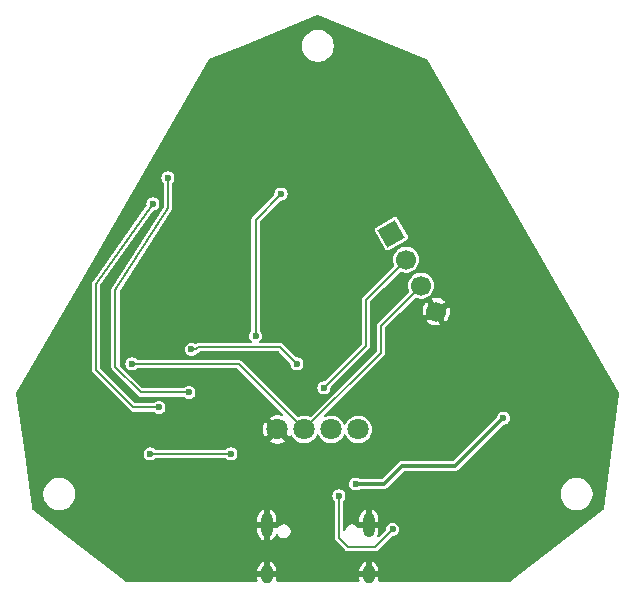
<source format=gbr>
%TF.GenerationSoftware,KiCad,Pcbnew,8.0.2*%
%TF.CreationDate,2024-05-19T19:48:28-04:00*%
%TF.ProjectId,BaseStation,42617365-5374-4617-9469-6f6e2e6b6963,rev?*%
%TF.SameCoordinates,Original*%
%TF.FileFunction,Copper,L2,Bot*%
%TF.FilePolarity,Positive*%
%FSLAX46Y46*%
G04 Gerber Fmt 4.6, Leading zero omitted, Abs format (unit mm)*
G04 Created by KiCad (PCBNEW 8.0.2) date 2024-05-19 19:48:28*
%MOMM*%
%LPD*%
G01*
G04 APERTURE LIST*
G04 Aperture macros list*
%AMHorizOval*
0 Thick line with rounded ends*
0 $1 width*
0 $2 $3 position (X,Y) of the first rounded end (center of the circle)*
0 $4 $5 position (X,Y) of the second rounded end (center of the circle)*
0 Add line between two ends*
20,1,$1,$2,$3,$4,$5,0*
0 Add two circle primitives to create the rounded ends*
1,1,$1,$2,$3*
1,1,$1,$4,$5*%
%AMRotRect*
0 Rectangle, with rotation*
0 The origin of the aperture is its center*
0 $1 length*
0 $2 width*
0 $3 Rotation angle, in degrees counterclockwise*
0 Add horizontal line*
21,1,$1,$2,0,0,$3*%
G04 Aperture macros list end*
%TA.AperFunction,ComponentPad*%
%ADD10C,1.800000*%
%TD*%
%TA.AperFunction,ComponentPad*%
%ADD11O,1.000000X2.100000*%
%TD*%
%TA.AperFunction,ComponentPad*%
%ADD12O,1.000000X1.600000*%
%TD*%
%TA.AperFunction,ComponentPad*%
%ADD13RotRect,1.700000X1.700000X30.000000*%
%TD*%
%TA.AperFunction,ComponentPad*%
%ADD14HorizOval,1.700000X0.000000X0.000000X0.000000X0.000000X0*%
%TD*%
%TA.AperFunction,ViaPad*%
%ADD15C,0.600000*%
%TD*%
%TA.AperFunction,Conductor*%
%ADD16C,0.200000*%
%TD*%
%TA.AperFunction,Conductor*%
%ADD17C,0.300000*%
%TD*%
G04 APERTURE END LIST*
D10*
%TO.P,J2,1,Pin_1*%
%TO.N,VCHRG*%
X79629000Y-87337219D03*
%TD*%
%TO.P,J5,1,Pin_1*%
%TO.N,GND*%
X72771000Y-87337219D03*
%TD*%
%TO.P,J4,1,Pin_1*%
%TO.N,SWSCK*%
X75057000Y-87337219D03*
%TD*%
D11*
%TO.P,J1,S1,SHIELD*%
%TO.N,GND*%
X71880000Y-95422000D03*
D12*
X71880000Y-99602000D03*
D11*
X80520000Y-95422000D03*
D12*
X80520000Y-99602000D03*
%TD*%
D10*
%TO.P,J3,1,Pin_1*%
%TO.N,SWDIO*%
X77343000Y-87337219D03*
%TD*%
D13*
%TO.P,J10,1,Pin_1*%
%TO.N,VBUS*%
X82406861Y-70756397D03*
D14*
%TO.P,J10,2,Pin_2*%
%TO.N,SWDIO*%
X83676861Y-72956102D03*
%TO.P,J10,3,Pin_3*%
%TO.N,SWSCK*%
X84946861Y-75155806D03*
%TO.P,J10,4,Pin_4*%
%TO.N,GND*%
X86216861Y-77355511D03*
%TD*%
D15*
%TO.N,BOOT0*%
X73075800Y-67411600D03*
X70916800Y-79425800D03*
%TO.N,GND*%
X58064400Y-75285600D03*
X67564000Y-74701400D03*
X59740800Y-79044800D03*
X60223400Y-75311000D03*
X71628000Y-82042000D03*
X57581800Y-85496400D03*
X80010000Y-66040000D03*
X70205600Y-81483200D03*
X86893400Y-81559400D03*
X84836000Y-91694000D03*
X62509400Y-71653400D03*
X61671200Y-82956400D03*
X60452000Y-84378800D03*
X76200000Y-62738000D03*
X73634600Y-92227400D03*
X69545200Y-89992200D03*
X75742800Y-84531200D03*
X61849000Y-86207600D03*
X69951600Y-84328000D03*
X67868800Y-88696800D03*
X81026000Y-77978000D03*
X67360800Y-87045800D03*
X63093600Y-90195400D03*
X69646800Y-79705200D03*
X72593200Y-79451200D03*
X67513200Y-78994000D03*
X63754000Y-76276200D03*
X81280000Y-60198000D03*
X64719200Y-82880200D03*
X82042000Y-63754000D03*
X75793600Y-91617800D03*
X77724000Y-70612000D03*
X83108800Y-81000600D03*
X58267600Y-79781400D03*
X61036200Y-80822800D03*
X63042800Y-80721200D03*
%TO.N,Net-(J1-CC2)*%
X82524600Y-95808800D03*
X77978000Y-92964000D03*
%TO.N,VBUS*%
X91894020Y-86370858D03*
X79407436Y-91948000D03*
%TO.N,SWSCK_DBG*%
X65278000Y-84201000D03*
X63500000Y-66040000D03*
%TO.N,SWDIO_DBG*%
X62738000Y-85471000D03*
X62230000Y-68239705D03*
%TO.N,SWSCK*%
X60452000Y-81788000D03*
%TO.N,SWDIO*%
X76708000Y-83820000D03*
X68834000Y-89408000D03*
X61996000Y-89408000D03*
%TO.N,Net-(U1-PC13)*%
X74422000Y-81788000D03*
X65496000Y-80568800D03*
%TD*%
D16*
%TO.N,BOOT0*%
X70916800Y-69570600D02*
X73075800Y-67411600D01*
X70916800Y-79425800D02*
X70916800Y-69570600D01*
%TO.N,Net-(J1-CC2)*%
X81051400Y-97282000D02*
X78740000Y-97282000D01*
X82524600Y-95808800D02*
X81051400Y-97282000D01*
X78740000Y-97282000D02*
X77978000Y-96520000D01*
X77978000Y-96520000D02*
X77978000Y-92964000D01*
D17*
%TO.N,VBUS*%
X81788000Y-91948000D02*
X83312000Y-90424000D01*
X83312000Y-90424000D02*
X87840878Y-90424000D01*
X79407436Y-91948000D02*
X81788000Y-91948000D01*
X87840878Y-90424000D02*
X91894020Y-86370858D01*
D16*
%TO.N,SWSCK_DBG*%
X65278000Y-84201000D02*
X61214000Y-84201000D01*
X59055000Y-75565000D02*
X63500000Y-68580000D01*
X59055000Y-82042000D02*
X59055000Y-75565000D01*
X61214000Y-84201000D02*
X59055000Y-82042000D01*
X63500000Y-68580000D02*
X63500000Y-66040000D01*
%TO.N,SWDIO_DBG*%
X62738000Y-85471000D02*
X60579000Y-85471000D01*
X57404000Y-75057000D02*
X62230000Y-68239705D01*
X57404000Y-82296000D02*
X57404000Y-75057000D01*
X60579000Y-85471000D02*
X57404000Y-82296000D01*
%TO.N,SWSCK*%
X60452000Y-81788000D02*
X69507781Y-81788000D01*
X81534000Y-78568667D02*
X84946861Y-75155806D01*
X81534000Y-80860219D02*
X81534000Y-78568667D01*
X75057000Y-87337219D02*
X81534000Y-80860219D01*
X69507781Y-81788000D02*
X75057000Y-87337219D01*
%TO.N,SWDIO*%
X80264000Y-80264000D02*
X80264000Y-76368963D01*
X76708000Y-83820000D02*
X80264000Y-80264000D01*
X61996000Y-89408000D02*
X68834000Y-89408000D01*
X80264000Y-76368963D02*
X83676861Y-72956102D01*
%TO.N,Net-(U1-PC13)*%
X65862200Y-80568800D02*
X66065400Y-80365600D01*
X66065400Y-80365600D02*
X72999600Y-80365600D01*
X65496000Y-80568800D02*
X65862200Y-80568800D01*
X72999600Y-80365600D02*
X74422000Y-81788000D01*
%TD*%
%TA.AperFunction,Conductor*%
%TO.N,GND*%
G36*
X76237460Y-52235233D02*
G01*
X85380535Y-55973670D01*
X85427242Y-56013194D01*
X85428804Y-56015806D01*
X101721477Y-84235545D01*
X101734198Y-84295393D01*
X101733833Y-84298414D01*
X100399877Y-94085760D01*
X100373285Y-94140865D01*
X100362409Y-94150657D01*
X92553297Y-100199571D01*
X92495715Y-100220258D01*
X92492672Y-100220305D01*
X81392991Y-100220305D01*
X81334800Y-100201398D01*
X81298836Y-100151898D01*
X81295893Y-100101991D01*
X81319999Y-99980795D01*
X81320000Y-99980792D01*
X81320000Y-99852001D01*
X81319999Y-99852000D01*
X80820000Y-99852000D01*
X80820000Y-99352000D01*
X81319999Y-99352000D01*
X81320000Y-99351999D01*
X81320000Y-99223207D01*
X81319999Y-99223204D01*
X81289257Y-99068650D01*
X81228951Y-98923059D01*
X81228947Y-98923050D01*
X81141400Y-98792030D01*
X81141397Y-98792026D01*
X81029973Y-98680602D01*
X81029969Y-98680599D01*
X80898949Y-98593052D01*
X80898940Y-98593048D01*
X80770000Y-98539639D01*
X80770000Y-99135011D01*
X80760060Y-99117795D01*
X80704205Y-99061940D01*
X80635796Y-99022444D01*
X80559496Y-99002000D01*
X80480504Y-99002000D01*
X80404204Y-99022444D01*
X80335795Y-99061940D01*
X80279940Y-99117795D01*
X80270000Y-99135011D01*
X80270000Y-98539639D01*
X80141059Y-98593048D01*
X80141050Y-98593052D01*
X80010030Y-98680599D01*
X80010026Y-98680602D01*
X79898602Y-98792026D01*
X79898599Y-98792030D01*
X79811052Y-98923050D01*
X79811048Y-98923059D01*
X79750742Y-99068650D01*
X79720000Y-99223204D01*
X79720000Y-99351999D01*
X79720001Y-99352000D01*
X80220000Y-99352000D01*
X80220000Y-99852000D01*
X79720001Y-99852000D01*
X79720000Y-99852001D01*
X79720000Y-99980795D01*
X79744107Y-100101991D01*
X79736915Y-100162753D01*
X79695382Y-100207682D01*
X79647009Y-100220305D01*
X72752991Y-100220305D01*
X72694800Y-100201398D01*
X72658836Y-100151898D01*
X72655893Y-100101991D01*
X72679999Y-99980795D01*
X72680000Y-99980792D01*
X72680000Y-99852001D01*
X72679999Y-99852000D01*
X72180000Y-99852000D01*
X72180000Y-99352000D01*
X72679999Y-99352000D01*
X72680000Y-99351999D01*
X72680000Y-99223207D01*
X72679999Y-99223204D01*
X72649257Y-99068650D01*
X72588951Y-98923059D01*
X72588947Y-98923050D01*
X72501400Y-98792030D01*
X72501397Y-98792026D01*
X72389973Y-98680602D01*
X72389969Y-98680599D01*
X72258949Y-98593052D01*
X72258940Y-98593048D01*
X72130000Y-98539639D01*
X72130000Y-99135011D01*
X72120060Y-99117795D01*
X72064205Y-99061940D01*
X71995796Y-99022444D01*
X71919496Y-99002000D01*
X71840504Y-99002000D01*
X71764204Y-99022444D01*
X71695795Y-99061940D01*
X71639940Y-99117795D01*
X71630000Y-99135011D01*
X71630000Y-98539639D01*
X71501059Y-98593048D01*
X71501050Y-98593052D01*
X71370030Y-98680599D01*
X71370026Y-98680602D01*
X71258602Y-98792026D01*
X71258599Y-98792030D01*
X71171052Y-98923050D01*
X71171048Y-98923059D01*
X71110742Y-99068650D01*
X71080000Y-99223204D01*
X71080000Y-99351999D01*
X71080001Y-99352000D01*
X71580000Y-99352000D01*
X71580000Y-99852000D01*
X71080001Y-99852000D01*
X71080000Y-99852001D01*
X71080000Y-99980795D01*
X71104107Y-100101991D01*
X71096915Y-100162753D01*
X71055382Y-100207682D01*
X71007009Y-100220305D01*
X59907327Y-100220305D01*
X59849136Y-100201398D01*
X59846702Y-100199571D01*
X53992714Y-95665091D01*
X52867113Y-94793204D01*
X71080000Y-94793204D01*
X71080000Y-95171999D01*
X71080001Y-95172000D01*
X71580000Y-95172000D01*
X71580000Y-95672000D01*
X71080001Y-95672000D01*
X71080000Y-95672001D01*
X71080000Y-96050795D01*
X71110742Y-96205349D01*
X71171048Y-96350940D01*
X71171052Y-96350949D01*
X71258599Y-96481969D01*
X71258602Y-96481973D01*
X71370026Y-96593397D01*
X71370030Y-96593400D01*
X71501058Y-96680951D01*
X71629999Y-96734360D01*
X71630000Y-96734359D01*
X71630000Y-96138988D01*
X71639940Y-96156205D01*
X71695795Y-96212060D01*
X71764204Y-96251556D01*
X71840504Y-96272000D01*
X71919496Y-96272000D01*
X71995796Y-96251556D01*
X72064205Y-96212060D01*
X72120060Y-96156205D01*
X72130000Y-96138988D01*
X72130000Y-96734360D01*
X72258941Y-96680951D01*
X72389969Y-96593400D01*
X72389973Y-96593397D01*
X72501397Y-96481973D01*
X72501400Y-96481969D01*
X72588947Y-96350949D01*
X72588953Y-96350937D01*
X72631953Y-96247125D01*
X72671689Y-96200599D01*
X72731184Y-96186315D01*
X72787712Y-96209729D01*
X72809153Y-96235510D01*
X72849481Y-96305360D01*
X72849483Y-96305362D01*
X72849485Y-96305365D01*
X72956635Y-96412515D01*
X72956637Y-96412516D01*
X72956639Y-96412518D01*
X73087861Y-96488279D01*
X73087859Y-96488279D01*
X73087863Y-96488280D01*
X73087865Y-96488281D01*
X73234234Y-96527500D01*
X73234236Y-96527500D01*
X73385764Y-96527500D01*
X73385766Y-96527500D01*
X73532135Y-96488281D01*
X73532137Y-96488279D01*
X73532139Y-96488279D01*
X73663360Y-96412518D01*
X73663360Y-96412517D01*
X73663365Y-96412515D01*
X73770515Y-96305365D01*
X73779582Y-96289660D01*
X73846279Y-96174139D01*
X73846279Y-96174137D01*
X73846281Y-96174135D01*
X73885500Y-96027766D01*
X73885500Y-95876234D01*
X73846281Y-95729865D01*
X73846279Y-95729862D01*
X73846279Y-95729860D01*
X73770518Y-95598639D01*
X73770516Y-95598637D01*
X73770515Y-95598635D01*
X73663365Y-95491485D01*
X73663362Y-95491483D01*
X73663360Y-95491481D01*
X73532138Y-95415720D01*
X73532140Y-95415720D01*
X73475347Y-95400503D01*
X73385766Y-95376500D01*
X73234234Y-95376500D01*
X73144652Y-95400503D01*
X73087860Y-95415720D01*
X72956639Y-95491481D01*
X72849483Y-95598637D01*
X72825104Y-95640862D01*
X72779633Y-95681803D01*
X72718783Y-95688197D01*
X72688951Y-95672000D01*
X72180000Y-95672000D01*
X72180000Y-95172000D01*
X72679999Y-95172000D01*
X72680000Y-95171999D01*
X72680000Y-94793207D01*
X72679999Y-94793204D01*
X72649257Y-94638650D01*
X72588951Y-94493059D01*
X72588947Y-94493050D01*
X72501400Y-94362030D01*
X72501397Y-94362026D01*
X72389973Y-94250602D01*
X72389969Y-94250599D01*
X72258949Y-94163052D01*
X72258940Y-94163048D01*
X72130000Y-94109639D01*
X72130000Y-94705011D01*
X72120060Y-94687795D01*
X72064205Y-94631940D01*
X71995796Y-94592444D01*
X71919496Y-94572000D01*
X71840504Y-94572000D01*
X71764204Y-94592444D01*
X71695795Y-94631940D01*
X71639940Y-94687795D01*
X71630000Y-94705011D01*
X71630000Y-94109639D01*
X71501059Y-94163048D01*
X71501050Y-94163052D01*
X71370030Y-94250599D01*
X71370026Y-94250602D01*
X71258602Y-94362026D01*
X71258599Y-94362030D01*
X71171052Y-94493050D01*
X71171048Y-94493059D01*
X71110742Y-94638650D01*
X71080000Y-94793204D01*
X52867113Y-94793204D01*
X52037587Y-94150656D01*
X52003163Y-94100075D01*
X52000120Y-94085760D01*
X51965797Y-93833932D01*
X51810913Y-92697537D01*
X52944930Y-92697537D01*
X52944930Y-92910118D01*
X52978182Y-93120066D01*
X53043873Y-93322240D01*
X53140378Y-93511643D01*
X53140380Y-93511647D01*
X53265321Y-93683614D01*
X53265323Y-93683616D01*
X53265326Y-93683620D01*
X53415638Y-93833932D01*
X53415641Y-93833934D01*
X53415643Y-93833936D01*
X53587610Y-93958877D01*
X53587614Y-93958879D01*
X53777018Y-94055385D01*
X53979187Y-94121074D01*
X53979188Y-94121074D01*
X53979191Y-94121075D01*
X54189140Y-94154328D01*
X54189143Y-94154328D01*
X54401720Y-94154328D01*
X54611668Y-94121075D01*
X54611669Y-94121074D01*
X54611673Y-94121074D01*
X54813842Y-94055385D01*
X55003246Y-93958879D01*
X55175222Y-93833932D01*
X55325534Y-93683620D01*
X55450481Y-93511644D01*
X55546987Y-93322240D01*
X55612676Y-93120071D01*
X55614634Y-93107708D01*
X55637396Y-92963999D01*
X77422750Y-92963999D01*
X77422750Y-92964000D01*
X77441669Y-93107708D01*
X77441670Y-93107709D01*
X77497139Y-93241625D01*
X77497141Y-93241628D01*
X77497142Y-93241629D01*
X77585375Y-93356617D01*
X77585377Y-93356618D01*
X77585379Y-93356621D01*
X77588763Y-93359217D01*
X77623421Y-93409638D01*
X77627500Y-93437762D01*
X77627500Y-96566144D01*
X77651386Y-96655288D01*
X77697530Y-96735212D01*
X78524788Y-97562470D01*
X78604712Y-97608614D01*
X78693856Y-97632500D01*
X78693857Y-97632500D01*
X78693858Y-97632500D01*
X81097542Y-97632500D01*
X81097544Y-97632500D01*
X81186688Y-97608614D01*
X81266612Y-97562470D01*
X82437440Y-96391639D01*
X82491955Y-96363864D01*
X82520369Y-96363493D01*
X82524598Y-96364050D01*
X82524600Y-96364050D01*
X82668309Y-96345130D01*
X82802225Y-96289661D01*
X82917221Y-96201421D01*
X83005461Y-96086425D01*
X83060930Y-95952509D01*
X83079850Y-95808800D01*
X83060930Y-95665091D01*
X83005461Y-95531175D01*
X82917221Y-95416179D01*
X82802225Y-95327939D01*
X82802221Y-95327937D01*
X82668309Y-95272470D01*
X82668308Y-95272469D01*
X82524600Y-95253550D01*
X82380891Y-95272469D01*
X82380890Y-95272470D01*
X82246978Y-95327937D01*
X82246974Y-95327939D01*
X82131981Y-95416177D01*
X82131977Y-95416181D01*
X82043739Y-95531174D01*
X82043737Y-95531178D01*
X81988270Y-95665090D01*
X81988269Y-95665091D01*
X81969350Y-95808799D01*
X81969350Y-95808803D01*
X81969907Y-95813035D01*
X81958756Y-95873195D01*
X81941758Y-95895959D01*
X81398574Y-96439143D01*
X81344057Y-96466920D01*
X81283625Y-96457349D01*
X81240360Y-96414084D01*
X81230789Y-96353652D01*
X81237106Y-96331253D01*
X81289257Y-96205349D01*
X81319999Y-96050795D01*
X81320000Y-96050792D01*
X81320000Y-95672001D01*
X81319999Y-95672000D01*
X80820000Y-95672000D01*
X80820000Y-95172000D01*
X81319999Y-95172000D01*
X81320000Y-95171999D01*
X81320000Y-94793207D01*
X81319999Y-94793204D01*
X81289257Y-94638650D01*
X81228951Y-94493059D01*
X81228947Y-94493050D01*
X81141400Y-94362030D01*
X81141397Y-94362026D01*
X81029973Y-94250602D01*
X81029969Y-94250599D01*
X80898949Y-94163052D01*
X80898940Y-94163048D01*
X80770000Y-94109639D01*
X80770000Y-94705011D01*
X80760060Y-94687795D01*
X80704205Y-94631940D01*
X80635796Y-94592444D01*
X80559496Y-94572000D01*
X80480504Y-94572000D01*
X80404204Y-94592444D01*
X80335795Y-94631940D01*
X80279940Y-94687795D01*
X80270000Y-94705011D01*
X80270000Y-94109639D01*
X80141059Y-94163048D01*
X80141050Y-94163052D01*
X80010030Y-94250599D01*
X80010026Y-94250602D01*
X79898602Y-94362026D01*
X79898599Y-94362030D01*
X79811052Y-94493050D01*
X79811048Y-94493059D01*
X79750742Y-94638650D01*
X79720000Y-94793204D01*
X79720000Y-95171999D01*
X79720001Y-95172000D01*
X80220000Y-95172000D01*
X80220000Y-95672000D01*
X79709762Y-95672000D01*
X79676115Y-95689143D01*
X79615684Y-95679569D01*
X79574895Y-95640861D01*
X79550518Y-95598639D01*
X79550516Y-95598637D01*
X79550515Y-95598635D01*
X79443365Y-95491485D01*
X79443362Y-95491483D01*
X79443360Y-95491481D01*
X79312138Y-95415720D01*
X79312140Y-95415720D01*
X79255347Y-95400503D01*
X79165766Y-95376500D01*
X79014234Y-95376500D01*
X78924652Y-95400503D01*
X78867860Y-95415720D01*
X78736639Y-95491481D01*
X78629481Y-95598639D01*
X78553720Y-95729860D01*
X78523127Y-95844039D01*
X78489803Y-95895353D01*
X78432682Y-95917280D01*
X78373581Y-95901445D01*
X78335076Y-95853895D01*
X78328500Y-95818416D01*
X78328500Y-93437762D01*
X78347407Y-93379571D01*
X78367234Y-93359219D01*
X78370621Y-93356621D01*
X78458861Y-93241625D01*
X78514330Y-93107709D01*
X78533250Y-92964000D01*
X78514330Y-92820291D01*
X78463484Y-92697537D01*
X96754070Y-92697537D01*
X96754070Y-92910118D01*
X96787322Y-93120066D01*
X96853013Y-93322240D01*
X96949518Y-93511643D01*
X96949520Y-93511647D01*
X97074461Y-93683614D01*
X97074463Y-93683616D01*
X97074466Y-93683620D01*
X97224778Y-93833932D01*
X97224781Y-93833934D01*
X97224783Y-93833936D01*
X97396750Y-93958877D01*
X97396754Y-93958879D01*
X97586158Y-94055385D01*
X97788327Y-94121074D01*
X97788328Y-94121074D01*
X97788331Y-94121075D01*
X97998280Y-94154328D01*
X97998283Y-94154328D01*
X98210860Y-94154328D01*
X98420808Y-94121075D01*
X98420809Y-94121074D01*
X98420813Y-94121074D01*
X98622982Y-94055385D01*
X98812386Y-93958879D01*
X98984362Y-93833932D01*
X99134674Y-93683620D01*
X99259621Y-93511644D01*
X99356127Y-93322240D01*
X99421816Y-93120071D01*
X99423774Y-93107708D01*
X99455070Y-92910118D01*
X99455070Y-92697537D01*
X99421817Y-92487589D01*
X99420371Y-92483139D01*
X99356127Y-92285416D01*
X99259621Y-92096012D01*
X99259619Y-92096008D01*
X99134678Y-91924041D01*
X99134676Y-91924039D01*
X99134674Y-91924036D01*
X98984362Y-91773724D01*
X98984358Y-91773721D01*
X98984356Y-91773719D01*
X98812389Y-91648778D01*
X98812385Y-91648776D01*
X98622982Y-91552271D01*
X98420808Y-91486580D01*
X98210860Y-91453328D01*
X98210857Y-91453328D01*
X97998283Y-91453328D01*
X97998280Y-91453328D01*
X97788331Y-91486580D01*
X97586157Y-91552271D01*
X97396754Y-91648776D01*
X97396750Y-91648778D01*
X97224783Y-91773719D01*
X97074461Y-91924041D01*
X96949520Y-92096008D01*
X96949518Y-92096012D01*
X96853013Y-92285415D01*
X96787322Y-92487589D01*
X96754070Y-92697537D01*
X78463484Y-92697537D01*
X78458861Y-92686375D01*
X78370621Y-92571379D01*
X78255625Y-92483139D01*
X78255621Y-92483137D01*
X78121709Y-92427670D01*
X78121708Y-92427669D01*
X77978000Y-92408750D01*
X77834291Y-92427669D01*
X77834290Y-92427670D01*
X77700378Y-92483137D01*
X77700374Y-92483139D01*
X77585381Y-92571377D01*
X77585377Y-92571381D01*
X77497139Y-92686374D01*
X77497137Y-92686378D01*
X77441670Y-92820290D01*
X77441669Y-92820291D01*
X77422750Y-92963999D01*
X55637396Y-92963999D01*
X55645930Y-92910118D01*
X55645930Y-92697537D01*
X55612677Y-92487589D01*
X55611231Y-92483139D01*
X55546987Y-92285416D01*
X55450481Y-92096012D01*
X55450479Y-92096008D01*
X55342944Y-91947999D01*
X78852186Y-91947999D01*
X78852186Y-91948000D01*
X78871105Y-92091708D01*
X78871106Y-92091709D01*
X78926575Y-92225625D01*
X79014815Y-92340621D01*
X79129811Y-92428861D01*
X79263727Y-92484330D01*
X79407436Y-92503250D01*
X79551145Y-92484330D01*
X79685061Y-92428861D01*
X79723370Y-92399464D01*
X79763129Y-92368958D01*
X79820805Y-92348534D01*
X79823396Y-92348500D01*
X81840725Y-92348500D01*
X81840727Y-92348500D01*
X81942588Y-92321207D01*
X81942590Y-92321205D01*
X81942592Y-92321205D01*
X82033908Y-92268483D01*
X82033908Y-92268482D01*
X82033913Y-92268480D01*
X83448897Y-90853496D01*
X83503414Y-90825719D01*
X83518901Y-90824500D01*
X87893603Y-90824500D01*
X87893605Y-90824500D01*
X87995466Y-90797207D01*
X87995468Y-90797205D01*
X87995470Y-90797205D01*
X88086786Y-90744483D01*
X88086786Y-90744482D01*
X88086791Y-90744480D01*
X91883091Y-86948178D01*
X91937606Y-86920403D01*
X91940141Y-86920035D01*
X92037729Y-86907188D01*
X92171645Y-86851719D01*
X92286641Y-86763479D01*
X92374881Y-86648483D01*
X92430350Y-86514567D01*
X92449270Y-86370858D01*
X92447580Y-86358025D01*
X92430350Y-86227149D01*
X92374881Y-86093233D01*
X92286641Y-85978237D01*
X92171645Y-85889997D01*
X92171641Y-85889995D01*
X92037729Y-85834528D01*
X92037728Y-85834527D01*
X91894020Y-85815608D01*
X91750311Y-85834527D01*
X91750310Y-85834528D01*
X91616398Y-85889995D01*
X91616394Y-85889997D01*
X91501401Y-85978235D01*
X91501397Y-85978239D01*
X91413159Y-86093232D01*
X91413157Y-86093236D01*
X91357690Y-86227148D01*
X91344845Y-86324706D01*
X91318503Y-86379931D01*
X91316696Y-86381787D01*
X87703981Y-89994504D01*
X87649464Y-90022281D01*
X87633977Y-90023500D01*
X83259273Y-90023500D01*
X83157413Y-90050793D01*
X83157412Y-90050793D01*
X83157410Y-90050794D01*
X83157409Y-90050794D01*
X83066089Y-90103518D01*
X81651103Y-91518504D01*
X81596586Y-91546281D01*
X81581099Y-91547500D01*
X79823396Y-91547500D01*
X79765205Y-91528593D01*
X79763129Y-91527042D01*
X79685065Y-91467142D01*
X79685064Y-91467141D01*
X79685061Y-91467139D01*
X79685058Y-91467138D01*
X79685057Y-91467137D01*
X79551145Y-91411670D01*
X79551144Y-91411669D01*
X79407436Y-91392750D01*
X79263727Y-91411669D01*
X79263726Y-91411670D01*
X79129814Y-91467137D01*
X79129810Y-91467139D01*
X79014817Y-91555377D01*
X79014813Y-91555381D01*
X78926575Y-91670374D01*
X78926573Y-91670378D01*
X78871106Y-91804290D01*
X78871105Y-91804291D01*
X78852186Y-91947999D01*
X55342944Y-91947999D01*
X55325538Y-91924041D01*
X55325536Y-91924039D01*
X55325534Y-91924036D01*
X55175222Y-91773724D01*
X55175218Y-91773721D01*
X55175216Y-91773719D01*
X55003249Y-91648778D01*
X55003245Y-91648776D01*
X54813842Y-91552271D01*
X54611668Y-91486580D01*
X54401720Y-91453328D01*
X54401717Y-91453328D01*
X54189143Y-91453328D01*
X54189140Y-91453328D01*
X53979191Y-91486580D01*
X53777017Y-91552271D01*
X53587614Y-91648776D01*
X53587610Y-91648778D01*
X53415643Y-91773719D01*
X53265321Y-91924041D01*
X53140380Y-92096008D01*
X53140378Y-92096012D01*
X53043873Y-92285415D01*
X52978182Y-92487589D01*
X52944930Y-92697537D01*
X51810913Y-92697537D01*
X51362570Y-89407999D01*
X61440750Y-89407999D01*
X61440750Y-89408000D01*
X61459669Y-89551708D01*
X61459670Y-89551709D01*
X61515139Y-89685625D01*
X61603379Y-89800621D01*
X61718375Y-89888861D01*
X61852291Y-89944330D01*
X61996000Y-89963250D01*
X62139709Y-89944330D01*
X62273625Y-89888861D01*
X62388621Y-89800621D01*
X62389385Y-89799624D01*
X62391223Y-89797231D01*
X62441649Y-89762576D01*
X62469764Y-89758500D01*
X68360236Y-89758500D01*
X68418427Y-89777407D01*
X68438777Y-89797231D01*
X68441376Y-89800618D01*
X68441377Y-89800619D01*
X68441379Y-89800621D01*
X68556375Y-89888861D01*
X68690291Y-89944330D01*
X68834000Y-89963250D01*
X68977709Y-89944330D01*
X69111625Y-89888861D01*
X69226621Y-89800621D01*
X69314861Y-89685625D01*
X69370330Y-89551709D01*
X69389250Y-89408000D01*
X69370330Y-89264291D01*
X69314861Y-89130375D01*
X69226621Y-89015379D01*
X69111625Y-88927139D01*
X69111621Y-88927137D01*
X68977709Y-88871670D01*
X68977708Y-88871669D01*
X68834000Y-88852750D01*
X68690291Y-88871669D01*
X68690290Y-88871670D01*
X68556378Y-88927137D01*
X68556374Y-88927139D01*
X68441376Y-89015381D01*
X68438777Y-89018769D01*
X68388351Y-89053424D01*
X68360236Y-89057500D01*
X62469764Y-89057500D01*
X62411573Y-89038593D01*
X62391223Y-89018769D01*
X62388623Y-89015381D01*
X62388621Y-89015380D01*
X62388621Y-89015379D01*
X62273625Y-88927139D01*
X62273621Y-88927137D01*
X62139709Y-88871670D01*
X62139708Y-88871669D01*
X61996000Y-88852750D01*
X61852291Y-88871669D01*
X61852290Y-88871670D01*
X61718378Y-88927137D01*
X61718374Y-88927139D01*
X61603381Y-89015377D01*
X61603377Y-89015381D01*
X61515139Y-89130374D01*
X61515137Y-89130378D01*
X61459670Y-89264290D01*
X61459669Y-89264291D01*
X61440750Y-89407999D01*
X51362570Y-89407999D01*
X50666165Y-84298411D01*
X50677041Y-84238202D01*
X50678507Y-84235567D01*
X55969902Y-75070603D01*
X57050738Y-75070603D01*
X57050738Y-75070606D01*
X57052083Y-75078467D01*
X57053500Y-75095157D01*
X57053500Y-82342144D01*
X57053499Y-82342144D01*
X57060592Y-82368610D01*
X57060592Y-82368613D01*
X57060593Y-82368613D01*
X57060593Y-82368614D01*
X57077386Y-82431288D01*
X57123530Y-82511212D01*
X60363788Y-85751470D01*
X60443712Y-85797614D01*
X60532856Y-85821500D01*
X62264236Y-85821500D01*
X62322427Y-85840407D01*
X62342777Y-85860231D01*
X62345376Y-85863618D01*
X62345377Y-85863619D01*
X62345379Y-85863621D01*
X62460375Y-85951861D01*
X62594291Y-86007330D01*
X62738000Y-86026250D01*
X62881709Y-86007330D01*
X63015625Y-85951861D01*
X63130621Y-85863621D01*
X63218861Y-85748625D01*
X63274330Y-85614709D01*
X63293250Y-85471000D01*
X63274330Y-85327291D01*
X63218861Y-85193375D01*
X63130621Y-85078379D01*
X63015625Y-84990139D01*
X63015621Y-84990137D01*
X62881709Y-84934670D01*
X62881708Y-84934669D01*
X62738000Y-84915750D01*
X62594291Y-84934669D01*
X62594290Y-84934670D01*
X62460378Y-84990137D01*
X62460374Y-84990139D01*
X62345376Y-85078381D01*
X62342777Y-85081769D01*
X62292351Y-85116424D01*
X62264236Y-85120500D01*
X60765190Y-85120500D01*
X60706999Y-85101593D01*
X60695186Y-85091504D01*
X57783496Y-82179814D01*
X57755719Y-82125297D01*
X57754500Y-82109810D01*
X57754500Y-75595986D01*
X58702836Y-75595986D01*
X58703406Y-75602451D01*
X58703196Y-75602469D01*
X58704500Y-75614339D01*
X58704500Y-82088144D01*
X58723059Y-82157407D01*
X58727409Y-82173642D01*
X58728385Y-82177286D01*
X58728389Y-82177295D01*
X58774528Y-82257209D01*
X58774530Y-82257212D01*
X60998788Y-84481470D01*
X61078712Y-84527614D01*
X61167856Y-84551500D01*
X64804236Y-84551500D01*
X64862427Y-84570407D01*
X64882777Y-84590231D01*
X64885376Y-84593618D01*
X64885377Y-84593619D01*
X64885379Y-84593621D01*
X65000375Y-84681861D01*
X65134291Y-84737330D01*
X65278000Y-84756250D01*
X65421709Y-84737330D01*
X65555625Y-84681861D01*
X65670621Y-84593621D01*
X65758861Y-84478625D01*
X65814330Y-84344709D01*
X65833250Y-84201000D01*
X65814330Y-84057291D01*
X65758861Y-83923375D01*
X65670621Y-83808379D01*
X65555625Y-83720139D01*
X65555621Y-83720137D01*
X65421709Y-83664670D01*
X65421708Y-83664669D01*
X65278000Y-83645750D01*
X65134291Y-83664669D01*
X65134290Y-83664670D01*
X65000378Y-83720137D01*
X65000374Y-83720139D01*
X64885376Y-83808381D01*
X64882777Y-83811769D01*
X64832351Y-83846424D01*
X64804236Y-83850500D01*
X61400190Y-83850500D01*
X61341999Y-83831593D01*
X61330186Y-83821504D01*
X59434496Y-81925814D01*
X59406719Y-81871297D01*
X59405500Y-81855810D01*
X59405500Y-81787999D01*
X59896750Y-81787999D01*
X59896750Y-81788000D01*
X59915669Y-81931708D01*
X59915670Y-81931709D01*
X59971139Y-82065625D01*
X60059379Y-82180621D01*
X60174375Y-82268861D01*
X60308291Y-82324330D01*
X60452000Y-82343250D01*
X60595709Y-82324330D01*
X60729625Y-82268861D01*
X60844621Y-82180621D01*
X60845385Y-82179624D01*
X60847223Y-82177231D01*
X60897649Y-82142576D01*
X60925764Y-82138500D01*
X69321591Y-82138500D01*
X69379782Y-82157407D01*
X69391595Y-82167496D01*
X73260918Y-86036819D01*
X73288695Y-86091336D01*
X73279124Y-86151768D01*
X73235859Y-86195033D01*
X73175427Y-86204604D01*
X73155152Y-86199138D01*
X73100801Y-86178082D01*
X72882196Y-86137219D01*
X72659804Y-86137219D01*
X72441200Y-86178082D01*
X72233821Y-86258421D01*
X72233816Y-86258424D01*
X72117672Y-86330337D01*
X72682415Y-86895080D01*
X72597306Y-86917886D01*
X72494694Y-86977129D01*
X72410910Y-87060913D01*
X72351667Y-87163525D01*
X72328861Y-87248634D01*
X71762137Y-86681910D01*
X71746368Y-86702793D01*
X71647239Y-86901871D01*
X71586379Y-87115773D01*
X71565859Y-87337219D01*
X71586379Y-87558664D01*
X71647239Y-87772566D01*
X71746364Y-87971636D01*
X71746369Y-87971645D01*
X71762138Y-87992525D01*
X72328861Y-87425801D01*
X72351667Y-87510913D01*
X72410910Y-87613525D01*
X72494694Y-87697309D01*
X72597306Y-87756552D01*
X72682414Y-87779356D01*
X72117672Y-88344099D01*
X72233813Y-88416012D01*
X72233819Y-88416015D01*
X72441200Y-88496355D01*
X72659804Y-88537219D01*
X72882196Y-88537219D01*
X73100799Y-88496355D01*
X73308180Y-88416015D01*
X73308181Y-88416015D01*
X73424326Y-88344099D01*
X72859584Y-87779357D01*
X72944694Y-87756552D01*
X73047306Y-87697309D01*
X73131090Y-87613525D01*
X73190333Y-87510913D01*
X73213138Y-87425803D01*
X73779861Y-87992526D01*
X73795629Y-87971647D01*
X73795632Y-87971642D01*
X73853026Y-87856378D01*
X73895889Y-87812715D01*
X73956230Y-87802585D01*
X74011001Y-87829857D01*
X74030269Y-87856377D01*
X74074628Y-87945462D01*
X74074634Y-87945474D01*
X74203128Y-88115626D01*
X74203135Y-88115632D01*
X74360692Y-88259266D01*
X74360699Y-88259272D01*
X74464389Y-88323474D01*
X74541981Y-88371517D01*
X74740802Y-88448540D01*
X74950390Y-88487719D01*
X75163610Y-88487719D01*
X75373198Y-88448540D01*
X75572019Y-88371517D01*
X75753302Y-88259271D01*
X75910872Y-88115626D01*
X76039366Y-87945474D01*
X76111379Y-87800851D01*
X76154241Y-87757188D01*
X76214582Y-87747058D01*
X76269353Y-87774330D01*
X76288621Y-87800851D01*
X76360627Y-87945462D01*
X76360632Y-87945470D01*
X76360634Y-87945474D01*
X76489128Y-88115626D01*
X76489135Y-88115632D01*
X76646692Y-88259266D01*
X76646699Y-88259272D01*
X76750389Y-88323474D01*
X76827981Y-88371517D01*
X77026802Y-88448540D01*
X77236390Y-88487719D01*
X77449610Y-88487719D01*
X77659198Y-88448540D01*
X77858019Y-88371517D01*
X78039302Y-88259271D01*
X78196872Y-88115626D01*
X78325366Y-87945474D01*
X78397379Y-87800851D01*
X78440241Y-87757188D01*
X78500582Y-87747058D01*
X78555353Y-87774330D01*
X78574621Y-87800851D01*
X78646627Y-87945462D01*
X78646632Y-87945470D01*
X78646634Y-87945474D01*
X78775128Y-88115626D01*
X78775135Y-88115632D01*
X78932692Y-88259266D01*
X78932699Y-88259272D01*
X79036389Y-88323474D01*
X79113981Y-88371517D01*
X79312802Y-88448540D01*
X79522390Y-88487719D01*
X79735610Y-88487719D01*
X79945198Y-88448540D01*
X80144019Y-88371517D01*
X80325302Y-88259271D01*
X80482872Y-88115626D01*
X80611366Y-87945474D01*
X80706405Y-87754608D01*
X80764756Y-87549529D01*
X80784429Y-87337219D01*
X80764756Y-87124909D01*
X80706405Y-86919830D01*
X80611366Y-86728964D01*
X80482872Y-86558812D01*
X80428623Y-86509358D01*
X80325307Y-86415171D01*
X80325300Y-86415165D01*
X80144024Y-86302924D01*
X80144019Y-86302921D01*
X79948427Y-86227149D01*
X79945198Y-86225898D01*
X79945197Y-86225897D01*
X79945195Y-86225897D01*
X79735610Y-86186719D01*
X79522390Y-86186719D01*
X79312804Y-86225897D01*
X79113980Y-86302921D01*
X79113975Y-86302924D01*
X78932699Y-86415165D01*
X78932692Y-86415171D01*
X78775135Y-86558805D01*
X78775131Y-86558808D01*
X78775128Y-86558812D01*
X78775125Y-86558816D01*
X78646635Y-86728962D01*
X78646630Y-86728971D01*
X78574621Y-86873587D01*
X78531759Y-86917249D01*
X78471418Y-86927379D01*
X78416647Y-86900107D01*
X78397379Y-86873587D01*
X78365777Y-86810122D01*
X78325366Y-86728964D01*
X78196872Y-86558812D01*
X78142623Y-86509358D01*
X78039307Y-86415171D01*
X78039300Y-86415165D01*
X77858024Y-86302924D01*
X77858019Y-86302921D01*
X77662427Y-86227149D01*
X77659198Y-86225898D01*
X77659197Y-86225897D01*
X77659195Y-86225897D01*
X77449610Y-86186719D01*
X77236390Y-86186719D01*
X77026804Y-86225897D01*
X76872189Y-86285795D01*
X76811097Y-86289185D01*
X76759681Y-86256019D01*
X76737578Y-86198965D01*
X76753232Y-86139816D01*
X76766417Y-86123481D01*
X81814469Y-81075431D01*
X81860614Y-80995507D01*
X81884500Y-80906363D01*
X81884500Y-78754856D01*
X81903407Y-78696665D01*
X81913496Y-78684852D01*
X83151331Y-77447017D01*
X83242837Y-77355511D01*
X85061934Y-77355511D01*
X85081599Y-77567729D01*
X85119367Y-77700472D01*
X85716861Y-77355508D01*
X85716861Y-77421337D01*
X85750936Y-77548504D01*
X85816762Y-77662518D01*
X85909854Y-77755610D01*
X85966860Y-77788522D01*
X85365626Y-78135646D01*
X85520862Y-78277162D01*
X85702067Y-78389358D01*
X85900802Y-78466349D01*
X86110298Y-78505511D01*
X86323424Y-78505511D01*
X86532923Y-78466348D01*
X86562836Y-78454759D01*
X86216860Y-77855511D01*
X86282687Y-77855511D01*
X86409854Y-77821436D01*
X86523868Y-77755610D01*
X86616960Y-77662518D01*
X86649872Y-77605511D01*
X86994618Y-78202627D01*
X86994619Y-78202628D01*
X87070358Y-78133584D01*
X87198798Y-77963503D01*
X87198803Y-77963494D01*
X87293796Y-77772721D01*
X87352122Y-77567727D01*
X87371787Y-77355511D01*
X87352122Y-77143292D01*
X87314352Y-77010548D01*
X86716861Y-77355509D01*
X86716861Y-77289685D01*
X86682786Y-77162518D01*
X86616960Y-77048504D01*
X86523868Y-76955412D01*
X86466860Y-76922498D01*
X87068095Y-76575375D01*
X86912859Y-76433859D01*
X86731654Y-76321663D01*
X86532919Y-76244672D01*
X86323424Y-76205511D01*
X86110298Y-76205511D01*
X85900797Y-76244673D01*
X85870884Y-76256261D01*
X86216861Y-76855511D01*
X86151035Y-76855511D01*
X86023868Y-76889586D01*
X85909854Y-76955412D01*
X85816762Y-77048504D01*
X85783848Y-77105511D01*
X85439102Y-76508393D01*
X85439100Y-76508393D01*
X85363366Y-76577435D01*
X85363360Y-76577441D01*
X85234928Y-76747511D01*
X85234918Y-76747527D01*
X85139925Y-76938300D01*
X85081599Y-77143294D01*
X85061934Y-77355511D01*
X83242837Y-77355511D01*
X84407869Y-76190478D01*
X84462384Y-76162703D01*
X84513632Y-76168168D01*
X84644405Y-76218830D01*
X84844885Y-76256306D01*
X85048837Y-76256306D01*
X85249317Y-76218830D01*
X85439498Y-76145154D01*
X85612902Y-76037787D01*
X85763625Y-75900385D01*
X85886534Y-75737627D01*
X85977443Y-75555056D01*
X86033258Y-75358889D01*
X86052076Y-75155806D01*
X86033258Y-74952723D01*
X85977443Y-74756556D01*
X85886534Y-74573985D01*
X85763625Y-74411227D01*
X85612902Y-74273825D01*
X85439498Y-74166458D01*
X85249317Y-74092782D01*
X85249316Y-74092781D01*
X85249314Y-74092781D01*
X85048837Y-74055306D01*
X84844885Y-74055306D01*
X84644407Y-74092781D01*
X84574493Y-74119865D01*
X84454224Y-74166458D01*
X84280820Y-74273825D01*
X84130098Y-74411226D01*
X84007189Y-74573983D01*
X84007184Y-74573992D01*
X83916280Y-74756553D01*
X83916279Y-74756556D01*
X83860464Y-74952723D01*
X83841646Y-75155806D01*
X83860464Y-75358889D01*
X83916279Y-75555056D01*
X83929621Y-75581850D01*
X83938633Y-75642368D01*
X83911003Y-75695981D01*
X82558481Y-77048504D01*
X81253530Y-78353455D01*
X81207386Y-78433379D01*
X81188059Y-78505511D01*
X81183500Y-78522524D01*
X81183500Y-80674028D01*
X81164593Y-80732219D01*
X81154504Y-80744032D01*
X75634640Y-86263895D01*
X75580123Y-86291672D01*
X75528874Y-86286206D01*
X75373197Y-86225897D01*
X75163610Y-86186719D01*
X74950390Y-86186719D01*
X74740802Y-86225897D01*
X74585124Y-86286206D01*
X74524033Y-86289596D01*
X74479358Y-86263895D01*
X72127904Y-83912441D01*
X72035462Y-83819999D01*
X76152750Y-83819999D01*
X76152750Y-83820000D01*
X76171669Y-83963708D01*
X76171670Y-83963709D01*
X76214083Y-84066106D01*
X76227139Y-84097625D01*
X76315379Y-84212621D01*
X76430375Y-84300861D01*
X76564291Y-84356330D01*
X76708000Y-84375250D01*
X76851709Y-84356330D01*
X76985625Y-84300861D01*
X77100621Y-84212621D01*
X77188861Y-84097625D01*
X77244330Y-83963709D01*
X77263250Y-83820000D01*
X77262693Y-83815769D01*
X77273840Y-83755608D01*
X77290838Y-83732841D01*
X80544469Y-80479212D01*
X80590614Y-80399288D01*
X80602859Y-80353588D01*
X80614500Y-80310144D01*
X80614500Y-76555152D01*
X80633407Y-76496961D01*
X80643496Y-76485148D01*
X81793442Y-75335202D01*
X83137869Y-73990774D01*
X83192384Y-73962999D01*
X83243632Y-73968464D01*
X83374405Y-74019126D01*
X83574885Y-74056602D01*
X83778837Y-74056602D01*
X83979317Y-74019126D01*
X84169498Y-73945450D01*
X84342902Y-73838083D01*
X84493625Y-73700681D01*
X84616534Y-73537923D01*
X84707443Y-73355352D01*
X84763258Y-73159185D01*
X84782076Y-72956102D01*
X84763258Y-72753019D01*
X84707443Y-72556852D01*
X84616534Y-72374281D01*
X84493625Y-72211523D01*
X84342902Y-72074121D01*
X84169498Y-71966754D01*
X83979317Y-71893078D01*
X83979316Y-71893077D01*
X83979314Y-71893077D01*
X83778837Y-71855602D01*
X83574885Y-71855602D01*
X83374407Y-71893077D01*
X83304493Y-71920161D01*
X83184224Y-71966754D01*
X83026945Y-72064137D01*
X83010820Y-72074121D01*
X82860098Y-72211522D01*
X82737189Y-72374279D01*
X82737184Y-72374288D01*
X82646280Y-72556849D01*
X82590464Y-72753019D01*
X82571646Y-72956102D01*
X82590464Y-73159184D01*
X82646279Y-73355351D01*
X82659621Y-73382146D01*
X82668633Y-73442664D01*
X82641003Y-73496277D01*
X79983528Y-76153753D01*
X79945957Y-76218829D01*
X79945957Y-76218830D01*
X79941671Y-76226252D01*
X79937386Y-76233674D01*
X79913500Y-76322820D01*
X79913500Y-80077810D01*
X79894593Y-80136001D01*
X79884504Y-80147814D01*
X76795159Y-83237158D01*
X76740642Y-83264935D01*
X76712235Y-83265307D01*
X76708004Y-83264750D01*
X76708000Y-83264750D01*
X76564291Y-83283669D01*
X76564290Y-83283670D01*
X76430378Y-83339137D01*
X76430374Y-83339139D01*
X76315381Y-83427377D01*
X76315377Y-83427381D01*
X76227139Y-83542374D01*
X76227137Y-83542378D01*
X76171670Y-83676290D01*
X76171669Y-83676291D01*
X76152750Y-83819999D01*
X72035462Y-83819999D01*
X69722993Y-81507530D01*
X69722990Y-81507528D01*
X69643072Y-81461387D01*
X69643068Y-81461385D01*
X69637712Y-81459950D01*
X69581853Y-81444983D01*
X69553925Y-81437500D01*
X69553924Y-81437500D01*
X60925764Y-81437500D01*
X60867573Y-81418593D01*
X60847223Y-81398769D01*
X60844623Y-81395381D01*
X60844621Y-81395380D01*
X60844621Y-81395379D01*
X60729625Y-81307139D01*
X60729621Y-81307137D01*
X60595709Y-81251670D01*
X60595708Y-81251669D01*
X60452000Y-81232750D01*
X60308291Y-81251669D01*
X60308290Y-81251670D01*
X60174378Y-81307137D01*
X60174374Y-81307139D01*
X60059381Y-81395377D01*
X60059377Y-81395381D01*
X59971139Y-81510374D01*
X59971137Y-81510378D01*
X59915670Y-81644290D01*
X59915669Y-81644291D01*
X59896750Y-81787999D01*
X59405500Y-81787999D01*
X59405500Y-80568799D01*
X64940750Y-80568799D01*
X64940750Y-80568800D01*
X64959669Y-80712508D01*
X64959670Y-80712509D01*
X65015139Y-80846425D01*
X65103379Y-80961421D01*
X65218375Y-81049661D01*
X65352291Y-81105130D01*
X65496000Y-81124050D01*
X65639709Y-81105130D01*
X65773625Y-81049661D01*
X65888621Y-80961421D01*
X65903743Y-80941712D01*
X65954167Y-80907056D01*
X65956665Y-80906352D01*
X65997482Y-80895416D01*
X65997484Y-80895415D01*
X65997483Y-80895415D01*
X65997488Y-80895414D01*
X66077412Y-80849270D01*
X66129500Y-80797181D01*
X66181587Y-80745096D01*
X66236103Y-80717319D01*
X66251590Y-80716100D01*
X72813410Y-80716100D01*
X72871601Y-80735007D01*
X72883414Y-80745096D01*
X73839158Y-81700839D01*
X73866935Y-81755356D01*
X73867308Y-81783761D01*
X73866750Y-81788000D01*
X73885669Y-81931708D01*
X73885670Y-81931709D01*
X73941139Y-82065625D01*
X74029379Y-82180621D01*
X74144375Y-82268861D01*
X74278291Y-82324330D01*
X74422000Y-82343250D01*
X74565709Y-82324330D01*
X74699625Y-82268861D01*
X74814621Y-82180621D01*
X74902861Y-82065625D01*
X74958330Y-81931709D01*
X74977250Y-81788000D01*
X74958330Y-81644291D01*
X74902861Y-81510375D01*
X74814621Y-81395379D01*
X74699625Y-81307139D01*
X74699621Y-81307137D01*
X74565709Y-81251670D01*
X74565708Y-81251669D01*
X74422000Y-81232750D01*
X74417761Y-81233308D01*
X74357601Y-81222155D01*
X74334839Y-81205158D01*
X73803709Y-80674028D01*
X73214812Y-80085130D01*
X73134888Y-80038986D01*
X73045744Y-80015100D01*
X71344749Y-80015100D01*
X71286558Y-79996193D01*
X71250594Y-79946693D01*
X71250594Y-79885507D01*
X71284481Y-79837559D01*
X71309414Y-79818426D01*
X71309421Y-79818421D01*
X71397661Y-79703425D01*
X71453130Y-79569509D01*
X71472050Y-79425800D01*
X71453130Y-79282091D01*
X71397661Y-79148175D01*
X71309421Y-79033179D01*
X71309419Y-79033177D01*
X71309418Y-79033176D01*
X71306031Y-79030577D01*
X71271376Y-78980151D01*
X71267300Y-78952036D01*
X71267300Y-70478609D01*
X80992516Y-70478609D01*
X80992517Y-70478616D01*
X81016459Y-70549150D01*
X81016462Y-70549156D01*
X81016463Y-70549157D01*
X81792375Y-71893077D01*
X81891139Y-72064140D01*
X81940256Y-72120146D01*
X81940258Y-72120148D01*
X81994293Y-72146795D01*
X82029635Y-72164224D01*
X82106026Y-72169230D01*
X82129073Y-72170741D01*
X82129074Y-72170740D01*
X82129077Y-72170741D01*
X82148279Y-72164223D01*
X82199614Y-72146798D01*
X82199616Y-72146796D01*
X82199621Y-72146795D01*
X83714601Y-71272121D01*
X83770611Y-71223001D01*
X83814688Y-71133623D01*
X83821205Y-71034181D01*
X83821204Y-71034177D01*
X83797262Y-70963643D01*
X83797259Y-70963637D01*
X82922585Y-69448657D01*
X82922582Y-69448654D01*
X82922582Y-69448653D01*
X82873465Y-69392647D01*
X82873463Y-69392645D01*
X82784088Y-69348570D01*
X82684648Y-69342052D01*
X82684641Y-69342053D01*
X82614107Y-69365995D01*
X81099117Y-70240675D01*
X81043111Y-70289792D01*
X81043109Y-70289794D01*
X80999034Y-70379169D01*
X80992516Y-70478609D01*
X71267300Y-70478609D01*
X71267300Y-69756789D01*
X71286207Y-69698598D01*
X71296290Y-69686791D01*
X72988641Y-67994439D01*
X73043156Y-67966664D01*
X73071569Y-67966293D01*
X73075800Y-67966850D01*
X73219509Y-67947930D01*
X73353425Y-67892461D01*
X73468421Y-67804221D01*
X73556661Y-67689225D01*
X73612130Y-67555309D01*
X73631050Y-67411600D01*
X73612130Y-67267891D01*
X73556661Y-67133975D01*
X73468421Y-67018979D01*
X73353425Y-66930739D01*
X73353421Y-66930737D01*
X73219509Y-66875270D01*
X73219508Y-66875269D01*
X73075800Y-66856350D01*
X72932091Y-66875269D01*
X72932090Y-66875270D01*
X72798178Y-66930737D01*
X72798174Y-66930739D01*
X72683181Y-67018977D01*
X72683177Y-67018981D01*
X72594939Y-67133974D01*
X72594937Y-67133978D01*
X72539470Y-67267890D01*
X72539469Y-67267891D01*
X72520550Y-67411599D01*
X72520550Y-67411601D01*
X72521107Y-67415833D01*
X72509957Y-67475993D01*
X72492958Y-67498758D01*
X70636325Y-69355393D01*
X70614820Y-69392644D01*
X70614819Y-69392647D01*
X70590187Y-69435309D01*
X70590186Y-69435311D01*
X70590186Y-69435312D01*
X70586612Y-69448653D01*
X70566300Y-69524457D01*
X70566300Y-78952036D01*
X70547393Y-79010227D01*
X70527569Y-79030577D01*
X70524181Y-79033176D01*
X70435939Y-79148174D01*
X70435937Y-79148178D01*
X70380470Y-79282090D01*
X70380469Y-79282091D01*
X70361550Y-79425799D01*
X70361550Y-79425800D01*
X70380469Y-79569508D01*
X70380470Y-79569509D01*
X70435939Y-79703425D01*
X70524179Y-79818421D01*
X70524183Y-79818424D01*
X70524185Y-79818426D01*
X70549119Y-79837559D01*
X70583774Y-79887983D01*
X70582172Y-79949148D01*
X70544924Y-79997689D01*
X70488851Y-80015100D01*
X66019256Y-80015100D01*
X65930112Y-80038986D01*
X65857651Y-80080821D01*
X65797803Y-80093542D01*
X65770267Y-80086548D01*
X65639709Y-80032470D01*
X65639708Y-80032469D01*
X65496000Y-80013550D01*
X65352291Y-80032469D01*
X65352290Y-80032470D01*
X65218378Y-80087937D01*
X65218374Y-80087939D01*
X65103381Y-80176177D01*
X65103377Y-80176181D01*
X65015139Y-80291174D01*
X65015137Y-80291178D01*
X64959670Y-80425090D01*
X64959669Y-80425091D01*
X64940750Y-80568799D01*
X59405500Y-80568799D01*
X59405500Y-75695894D01*
X59420978Y-75642743D01*
X59421217Y-75642368D01*
X63769216Y-68809796D01*
X63776684Y-68800490D01*
X63776517Y-68800362D01*
X63780463Y-68795217D01*
X63780469Y-68795212D01*
X63798694Y-68763642D01*
X63800887Y-68760025D01*
X63820477Y-68729245D01*
X63820478Y-68729239D01*
X63823218Y-68723359D01*
X63823409Y-68723448D01*
X63824326Y-68721363D01*
X63824130Y-68721282D01*
X63826609Y-68715296D01*
X63826614Y-68715288D01*
X63836050Y-68680067D01*
X63837230Y-68676013D01*
X63848184Y-68641214D01*
X63848184Y-68641207D01*
X63849307Y-68634824D01*
X63849515Y-68634860D01*
X63849861Y-68632607D01*
X63849652Y-68632580D01*
X63850498Y-68626147D01*
X63850500Y-68626144D01*
X63850500Y-68589682D01*
X63850592Y-68585413D01*
X63852163Y-68549011D01*
X63852160Y-68549000D01*
X63851594Y-68542552D01*
X63851802Y-68542533D01*
X63850500Y-68530660D01*
X63850500Y-66513762D01*
X63869407Y-66455571D01*
X63889234Y-66435219D01*
X63892621Y-66432621D01*
X63980861Y-66317625D01*
X64036330Y-66183709D01*
X64055250Y-66040000D01*
X64036330Y-65896291D01*
X63980861Y-65762375D01*
X63892621Y-65647379D01*
X63777625Y-65559139D01*
X63777621Y-65559137D01*
X63643709Y-65503670D01*
X63643708Y-65503669D01*
X63500000Y-65484750D01*
X63356291Y-65503669D01*
X63356290Y-65503670D01*
X63222378Y-65559137D01*
X63222374Y-65559139D01*
X63107381Y-65647377D01*
X63107377Y-65647381D01*
X63019139Y-65762374D01*
X63019137Y-65762378D01*
X62963670Y-65896290D01*
X62963669Y-65896291D01*
X62944750Y-66039999D01*
X62944750Y-66040000D01*
X62963669Y-66183708D01*
X62963670Y-66183709D01*
X63019139Y-66317625D01*
X63019141Y-66317628D01*
X63019142Y-66317629D01*
X63107375Y-66432617D01*
X63107377Y-66432618D01*
X63107379Y-66432621D01*
X63110763Y-66435217D01*
X63145421Y-66485638D01*
X63149500Y-66513762D01*
X63149500Y-68449104D01*
X63134022Y-68502255D01*
X58785782Y-75335202D01*
X58778312Y-75344517D01*
X58778478Y-75344644D01*
X58774528Y-75349791D01*
X58756310Y-75381345D01*
X58754099Y-75384992D01*
X58734522Y-75415756D01*
X58731783Y-75421638D01*
X58731595Y-75421550D01*
X58730677Y-75423640D01*
X58730868Y-75423720D01*
X58728387Y-75429709D01*
X58718952Y-75464917D01*
X58717760Y-75469008D01*
X58706816Y-75503782D01*
X58705692Y-75510178D01*
X58705488Y-75510142D01*
X58705142Y-75512396D01*
X58705347Y-75512423D01*
X58704500Y-75518858D01*
X58704500Y-75555316D01*
X58704408Y-75559585D01*
X58702836Y-75595986D01*
X57754500Y-75595986D01*
X57754500Y-75199999D01*
X57772697Y-75142798D01*
X62245116Y-68824976D01*
X62294168Y-68788409D01*
X62312987Y-68784028D01*
X62373709Y-68776035D01*
X62507625Y-68720566D01*
X62622621Y-68632326D01*
X62710861Y-68517330D01*
X62766330Y-68383414D01*
X62785250Y-68239705D01*
X62766330Y-68095996D01*
X62710861Y-67962080D01*
X62622621Y-67847084D01*
X62507625Y-67758844D01*
X62507621Y-67758842D01*
X62373709Y-67703375D01*
X62373708Y-67703374D01*
X62230000Y-67684455D01*
X62086291Y-67703374D01*
X62086290Y-67703375D01*
X61952378Y-67758842D01*
X61952374Y-67758844D01*
X61837381Y-67847082D01*
X61837377Y-67847086D01*
X61749139Y-67962079D01*
X61749137Y-67962083D01*
X61693670Y-68095995D01*
X61693669Y-68095996D01*
X61674750Y-68239704D01*
X61674750Y-68239705D01*
X61689415Y-68351100D01*
X61678265Y-68411261D01*
X61672065Y-68421223D01*
X57139969Y-74823345D01*
X57129180Y-74836137D01*
X57123533Y-74841784D01*
X57123530Y-74841788D01*
X57110850Y-74863749D01*
X57105923Y-74871440D01*
X57091264Y-74892149D01*
X57091263Y-74892149D01*
X57088491Y-74899646D01*
X57081380Y-74914793D01*
X57077388Y-74921707D01*
X57077383Y-74921720D01*
X57070820Y-74946210D01*
X57068051Y-74954915D01*
X57059254Y-74978705D01*
X57059254Y-74978707D01*
X57058516Y-74986665D01*
X57055568Y-75003132D01*
X57053501Y-75010847D01*
X57053500Y-75010858D01*
X57053500Y-75036217D01*
X57053078Y-75045350D01*
X57050738Y-75070603D01*
X55969902Y-75070603D01*
X66971195Y-56015805D01*
X67016664Y-55974865D01*
X67019427Y-55973685D01*
X69993333Y-54757709D01*
X74849500Y-54757709D01*
X74849500Y-54970290D01*
X74882752Y-55180238D01*
X74948443Y-55382412D01*
X75044948Y-55571815D01*
X75044950Y-55571819D01*
X75169891Y-55743786D01*
X75169893Y-55743788D01*
X75169896Y-55743792D01*
X75320208Y-55894104D01*
X75320211Y-55894106D01*
X75320213Y-55894108D01*
X75492180Y-56019049D01*
X75492184Y-56019051D01*
X75681588Y-56115557D01*
X75883757Y-56181246D01*
X75883758Y-56181246D01*
X75883761Y-56181247D01*
X76093710Y-56214500D01*
X76093713Y-56214500D01*
X76306290Y-56214500D01*
X76516238Y-56181247D01*
X76516239Y-56181246D01*
X76516243Y-56181246D01*
X76718412Y-56115557D01*
X76907816Y-56019051D01*
X76912283Y-56015806D01*
X77079786Y-55894108D01*
X77079792Y-55894104D01*
X77230104Y-55743792D01*
X77355051Y-55571816D01*
X77451557Y-55382412D01*
X77517246Y-55180243D01*
X77517247Y-55180238D01*
X77550500Y-54970290D01*
X77550500Y-54757709D01*
X77517247Y-54547761D01*
X77517246Y-54547757D01*
X77451557Y-54345588D01*
X77355051Y-54156184D01*
X77355049Y-54156180D01*
X77230108Y-53984213D01*
X77230106Y-53984211D01*
X77230104Y-53984208D01*
X77079792Y-53833896D01*
X77079788Y-53833893D01*
X77079786Y-53833891D01*
X76907819Y-53708950D01*
X76907815Y-53708948D01*
X76718412Y-53612443D01*
X76516238Y-53546752D01*
X76306290Y-53513500D01*
X76306287Y-53513500D01*
X76093713Y-53513500D01*
X76093710Y-53513500D01*
X75883761Y-53546752D01*
X75681587Y-53612443D01*
X75492184Y-53708948D01*
X75492180Y-53708950D01*
X75320213Y-53833891D01*
X75169891Y-53984213D01*
X75044950Y-54156180D01*
X75044948Y-54156184D01*
X74948443Y-54345587D01*
X74882752Y-54547761D01*
X74849500Y-54757709D01*
X69993333Y-54757709D01*
X76162535Y-52235235D01*
X76223549Y-52230714D01*
X76237460Y-52235233D01*
G37*
%TD.AperFunction*%
%TD*%
M02*

</source>
